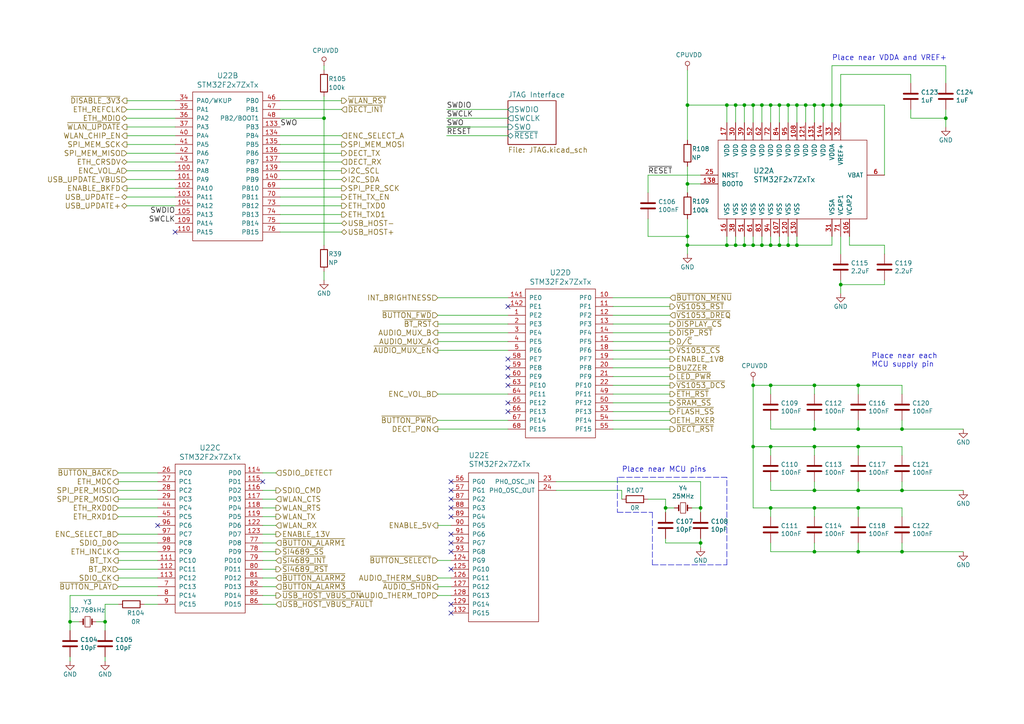
<source format=kicad_sch>
(kicad_sch (version 20211123) (generator eeschema)
  (paper "A4")
  (title_block (title "CPU") (date "2016-05-14") (rev "1"))
  (lib_symbols
    (symbol "Device:C" (pin_numbers hide) (pin_names (offset 0.254))
      (property "Reference" "C" (at 0.635 2.54 0))
      (property "Value" "C" (at 0.635 -2.54 0))
      (symbol "C_0_1"
        (polyline (pts (xy -2.032 -0.762) (xy 2.032 -0.762)) (stroke (width 0.508)))
        (polyline (pts (xy -2.032 0.762) (xy 2.032 0.762)) (stroke (width 0.508)))
      )
      (symbol "C_1_1"
        (pin passive line (at 0 3.81 270) (length 2.794) (name "~") (number "1"))
        (pin passive line (at 0 -3.81 90) (length 2.794) (name "~") (number "2"))
      )
    )
    (symbol "Device:Crystal_Small" (pin_numbers hide) (pin_names (offset 1.016) hide)
      (property "Reference" "Y" (at 0 2.54 0))
      (property "Value" "Crystal_Small" (at 0 -2.54 0))
      (symbol "Crystal_Small_0_1"
        (rectangle (start -0.762 -1.524) (end 0.762 1.524))
        (polyline (pts (xy -1.27 -0.762) (xy -1.27 0.762)) (stroke (width 0.381)))
        (polyline (pts (xy 1.27 -0.762) (xy 1.27 0.762)) (stroke (width 0.381)))
      )
      (symbol "Crystal_Small_1_1"
        (pin passive line (at -2.54 0 0) (length 1.27) (name "1") (number "1"))
        (pin passive line (at 2.54 0 180) (length 1.27) (name "2") (number "2"))
      )
    )
    (symbol "Device:R" (pin_numbers hide) (pin_names (offset 0))
      (property "Reference" "R" (at 2.032 0 90))
      (property "Value" "R" (at 0 0 90))
      (symbol "R_0_1"
        (rectangle (start -1.016 -2.54) (end 1.016 2.54) (stroke (width 0.254)))
      )
      (symbol "R_1_1"
        (pin passive line (at 0 3.81 270) (length 1.27) (name "~") (number "1"))
        (pin passive line (at 0 -3.81 90) (length 1.27) (name "~") (number "2"))
      )
    )
    (symbol "Mainboard-rescue:GND-power" (power) (pin_names (offset 0))
      (property "Value" "GND-power" (at 0 -3.81 0))
      (symbol "GND-power_0_1"
        (polyline (pts (xy 0 0) (xy 0 -1.27) (xy 1.27 -1.27) (xy 0 -2.54) (xy -1.27 -1.27) (xy 0 -1.27)))
      )
      (symbol "GND-power_1_1"
        (pin power_in line (at 0 0 270) (length 0) hide (name "GND") (number "1"))
      )
    )
    (symbol "Mainboard:CPUVDD" (power) (pin_names (offset 0))
      (property "Value" "CPUVDD" (at 0 3.81 0))
      (symbol "CPUVDD_0_1"
        (polyline (pts (xy 0 0) (xy 0 1.27)))
        (circle (center 0 1.905) (radius 0.635))
      )
      (symbol "CPUVDD_1_1"
        (pin power_in line (at 0 0 90) (length 0) hide (name "CPUVDD") (number "1"))
      )
    )
    (symbol "stm32f2:STM32F2x7ZxTx" (pin_names (offset 1.016))
      (property "Reference" "U" (at 0 0 0))
      (property "Value" "STM32F2x7ZxTx" (at 0 -2.54 0))
      (symbol "STM32F2x7ZxTx_1_1"
        (rectangle (start -10.16 7.62) (end 33.02 -15.24))
        (pin power_out line (at 27.94 -20.32 90) (length 5.08) (name "VCAP2") (number "106"))
        (pin power_in line (at 7.62 -20.32 90) (length 5.08) (name "VSS") (number "107"))
        (pin power_in line (at 12.7 12.7 270) (length 5.08) (name "VDD") (number "108"))
        (pin power_in line (at 10.16 -20.32 90) (length 5.08) (name "VSS") (number "120"))
        (pin power_in line (at 15.24 12.7 270) (length 5.08) (name "VDD") (number "121"))
        (pin power_in line (at 12.7 -20.32 90) (length 5.08) (name "VSS") (number "130"))
        (pin power_in line (at 17.78 12.7 270) (length 5.08) (name "VDD") (number "131"))
        (pin input line (at -15.24 -5.08 0) (length 5.08) (name "BOOT0") (number "138"))
        (pin power_in line (at 20.32 12.7 270) (length 5.08) (name "VDD") (number "144"))
        (pin power_in line (at -7.62 -20.32 90) (length 5.08) (name "VSS") (number "16"))
        (pin power_in line (at -7.62 12.7 270) (length 5.08) (name "VDD") (number "17"))
        (pin input line (at -15.24 -2.54 0) (length 5.08) (name "NRST") (number "25"))
        (pin power_in line (at -5.08 12.7 270) (length 5.08) (name "VDD") (number "30"))
        (pin power_in line (at 22.86 -20.32 90) (length 5.08) (name "VSSA") (number "31"))
        (pin power_in line (at 25.4 12.7 270) (length 5.08) (name "VREF+") (number "32"))
        (pin power_in line (at 22.86 12.7 270) (length 5.08) (name "VDDA") (number "33"))
        (pin power_in line (at -5.08 -20.32 90) (length 5.08) (name "VSS") (number "38"))
        (pin power_in line (at -2.54 12.7 270) (length 5.08) (name "VDD") (number "39"))
        (pin power_in line (at -2.54 -20.32 90) (length 5.08) (name "VSS") (number "51"))
        (pin power_in line (at 0 12.7 270) (length 5.08) (name "VDD") (number "52"))
        (pin power_in line (at 38.1 -2.54 180) (length 5.08) (name "VBAT") (number "6"))
        (pin power_in line (at 0 -20.32 90) (length 5.08) (name "VSS") (number "61"))
        (pin power_in line (at 2.54 12.7 270) (length 5.08) (name "VDD") (number "62"))
        (pin power_out line (at 25.4 -20.32 90) (length 5.08) (name "VCAP1") (number "71"))
        (pin power_in line (at 5.08 12.7 270) (length 5.08) (name "VDD") (number "72"))
        (pin power_in line (at 2.54 -20.32 90) (length 5.08) (name "VSS") (number "83"))
        (pin power_in line (at 7.62 12.7 270) (length 5.08) (name "VDD") (number "84"))
        (pin power_in line (at 5.08 -20.32 90) (length 5.08) (name "VSS") (number "94"))
        (pin power_in line (at 10.16 12.7 270) (length 5.08) (name "VDD") (number "95"))
      )
      (symbol "STM32F2x7ZxTx_2_1"
        (rectangle (start 0 -5.08) (end 20.32 -48.26))
        (pin bidirectional line (at -5.08 -27.94 0) (length 5.08) (name "PA8") (number "100"))
        (pin bidirectional line (at -5.08 -30.48 0) (length 5.08) (name "PA9") (number "101"))
        (pin bidirectional line (at -5.08 -33.02 0) (length 5.08) (name "PA10") (number "102"))
        (pin bidirectional line (at -5.08 -35.56 0) (length 5.08) (name "PA11") (number "103"))
        (pin bidirectional line (at -5.08 -38.1 0) (length 5.08) (name "PA12") (number "104"))
        (pin bidirectional line (at -5.08 -40.64 0) (length 5.08) (name "PA13") (number "105"))
        (pin bidirectional line (at -5.08 -43.18 0) (length 5.08) (name "PA14") (number "109"))
        (pin bidirectional line (at -5.08 -45.72 0) (length 5.08) (name "PA15") (number "110"))
        (pin bidirectional line (at 25.4 -15.24 180) (length 5.08) (name "PB3") (number "133"))
        (pin bidirectional line (at 25.4 -17.78 180) (length 5.08) (name "PB4") (number "134"))
        (pin bidirectional line (at 25.4 -20.32 180) (length 5.08) (name "PB5") (number "135"))
        (pin bidirectional line (at 25.4 -22.86 180) (length 5.08) (name "PB6") (number "136"))
        (pin bidirectional line (at 25.4 -25.4 180) (length 5.08) (name "PB7") (number "137"))
        (pin bidirectional line (at 25.4 -27.94 180) (length 5.08) (name "PB8") (number "139"))
        (pin bidirectional line (at 25.4 -30.48 180) (length 5.08) (name "PB9") (number "140"))
        (pin bidirectional line (at -5.08 -7.62 0) (length 5.08) (name "PA0/WKUP") (number "34"))
        (pin bidirectional line (at -5.08 -10.16 0) (length 5.08) (name "PA1") (number "35"))
        (pin bidirectional line (at -5.08 -12.7 0) (length 5.08) (name "PA2") (number "36"))
        (pin bidirectional line (at -5.08 -15.24 0) (length 5.08) (name "PA3") (number "37"))
        (pin bidirectional line (at -5.08 -17.78 0) (length 5.08) (name "PA4") (number "40"))
        (pin bidirectional line (at -5.08 -20.32 0) (length 5.08) (name "PA5") (number "41"))
        (pin bidirectional line (at -5.08 -22.86 0) (length 5.08) (name "PA6") (number "42"))
        (pin bidirectional line (at -5.08 -25.4 0) (length 5.08) (name "PA7") (number "43"))
        (pin bidirectional line (at 25.4 -7.62 180) (length 5.08) (name "PB0") (number "46"))
        (pin bidirectional line (at 25.4 -10.16 180) (length 5.08) (name "PB1") (number "47"))
        (pin bidirectional line (at 25.4 -12.7 180) (length 5.08) (name "PB2/BOOT1") (number "48"))
        (pin bidirectional line (at 25.4 -33.02 180) (length 5.08) (name "PB10") (number "69"))
        (pin bidirectional line (at 25.4 -35.56 180) (length 5.08) (name "PB11") (number "70"))
        (pin bidirectional line (at 25.4 -38.1 180) (length 5.08) (name "PB12") (number "73"))
        (pin bidirectional line (at 25.4 -40.64 180) (length 5.08) (name "PB13") (number "74"))
        (pin bidirectional line (at 25.4 -43.18 180) (length 5.08) (name "PB14") (number "75"))
        (pin bidirectional line (at 25.4 -45.72 180) (length 5.08) (name "PB15") (number "76"))
      )
      (symbol "STM32F2x7ZxTx_3_1"
        (rectangle (start 0 -5.08) (end 20.32 -48.26))
        (pin bidirectional line (at -5.08 -33.02 0) (length 5.08) (name "PC10") (number "111"))
        (pin bidirectional line (at -5.08 -35.56 0) (length 5.08) (name "PC11") (number "112"))
        (pin bidirectional line (at -5.08 -38.1 0) (length 5.08) (name "PC12") (number "113"))
        (pin bidirectional line (at 25.4 -7.62 180) (length 5.08) (name "PD0") (number "114"))
        (pin bidirectional line (at 25.4 -10.16 180) (length 5.08) (name "PD1") (number "115"))
        (pin bidirectional line (at 25.4 -12.7 180) (length 5.08) (name "PD2") (number "116"))
        (pin bidirectional line (at 25.4 -15.24 180) (length 5.08) (name "PD3") (number "117"))
        (pin bidirectional line (at 25.4 -17.78 180) (length 5.08) (name "PD4") (number "118"))
        (pin bidirectional line (at 25.4 -20.32 180) (length 5.08) (name "PD5") (number "119"))
        (pin bidirectional line (at 25.4 -22.86 180) (length 5.08) (name "PD6") (number "122"))
        (pin bidirectional line (at 25.4 -25.4 180) (length 5.08) (name "PD7") (number "123"))
        (pin bidirectional line (at -5.08 -7.62 0) (length 5.08) (name "PC0") (number "26"))
        (pin bidirectional line (at -5.08 -10.16 0) (length 5.08) (name "PC1") (number "27"))
        (pin bidirectional line (at -5.08 -12.7 0) (length 5.08) (name "PC2") (number "28"))
        (pin bidirectional line (at -5.08 -15.24 0) (length 5.08) (name "PC3") (number "29"))
        (pin bidirectional line (at -5.08 -17.78 0) (length 5.08) (name "PC4") (number "44"))
        (pin bidirectional line (at -5.08 -20.32 0) (length 5.08) (name "PC5") (number "45"))
        (pin bidirectional line (at -5.08 -40.64 0) (length 5.08) (name "PC13") (number "7"))
        (pin bidirectional line (at 25.4 -27.94 180) (length 5.08) (name "PD8") (number "77"))
        (pin bidirectional line (at 25.4 -30.48 180) (length 5.08) (name "PD9") (number "78"))
        (pin bidirectional line (at 25.4 -33.02 180) (length 5.08) (name "PD10") (number "79"))
        (pin bidirectional line (at -5.08 -43.18 0) (length 5.08) (name "PC14") (number "8"))
        (pin bidirectional line (at 25.4 -35.56 180) (length 5.08) (name "PD11") (number "80"))
        (pin bidirectional line (at 25.4 -38.1 180) (length 5.08) (name "PD12") (number "81"))
        (pin bidirectional line (at 25.4 -40.64 180) (length 5.08) (name "PD13") (number "82"))
        (pin bidirectional line (at 25.4 -43.18 180) (length 5.08) (name "PD14") (number "85"))
        (pin bidirectional line (at 25.4 -45.72 180) (length 5.08) (name "PD15") (number "86"))
        (pin bidirectional line (at -5.08 -45.72 0) (length 5.08) (name "PC15") (number "9"))
        (pin bidirectional line (at -5.08 -22.86 0) (length 5.08) (name "PC6") (number "96"))
        (pin bidirectional line (at -5.08 -25.4 0) (length 5.08) (name "PC7") (number "97"))
        (pin bidirectional line (at -5.08 -27.94 0) (length 5.08) (name "PC8") (number "98"))
        (pin bidirectional line (at -5.08 -30.48 0) (length 5.08) (name "PC9") (number "99"))
      )
      (symbol "STM32F2x7ZxTx_4_1"
        (rectangle (start 0 -5.08) (end 20.32 -48.26))
        (pin bidirectional line (at -5.08 -12.7 0) (length 5.08) (name "PE2") (number "1"))
        (pin bidirectional line (at 25.4 -7.62 180) (length 5.08) (name "PF0") (number "10"))
        (pin bidirectional line (at 25.4 -10.16 180) (length 5.08) (name "PF1") (number "11"))
        (pin bidirectional line (at 25.4 -12.7 180) (length 5.08) (name "PF2") (number "12"))
        (pin bidirectional line (at 25.4 -15.24 180) (length 5.08) (name "PF3") (number "13"))
        (pin bidirectional line (at 25.4 -17.78 180) (length 5.08) (name "PF4") (number "14"))
        (pin bidirectional line (at -5.08 -7.62 0) (length 5.08) (name "PE0") (number "141"))
        (pin bidirectional line (at -5.08 -10.16 0) (length 5.08) (name "PE1") (number "142"))
        (pin bidirectional line (at 25.4 -20.32 180) (length 5.08) (name "PF5") (number "15"))
        (pin bidirectional line (at 25.4 -22.86 180) (length 5.08) (name "PF6") (number "18"))
        (pin bidirectional line (at 25.4 -25.4 180) (length 5.08) (name "PF7") (number "19"))
        (pin bidirectional line (at -5.08 -15.24 0) (length 5.08) (name "PE3") (number "2"))
        (pin bidirectional line (at 25.4 -27.94 180) (length 5.08) (name "PF8") (number "20"))
        (pin bidirectional line (at 25.4 -30.48 180) (length 5.08) (name "PF9") (number "21"))
        (pin bidirectional line (at 25.4 -33.02 180) (length 5.08) (name "PF10") (number "22"))
        (pin bidirectional line (at -5.08 -17.78 0) (length 5.08) (name "PE4") (number "3"))
        (pin bidirectional line (at -5.08 -20.32 0) (length 5.08) (name "PE5") (number "4"))
        (pin bidirectional line (at 25.4 -35.56 180) (length 5.08) (name "PF11") (number "49"))
        (pin bidirectional line (at -5.08 -22.86 0) (length 5.08) (name "PE6") (number "5"))
        (pin bidirectional line (at 25.4 -38.1 180) (length 5.08) (name "PF12") (number "50"))
        (pin bidirectional line (at 25.4 -40.64 180) (length 5.08) (name "PF13") (number "53"))
        (pin bidirectional line (at 25.4 -43.18 180) (length 5.08) (name "PF14") (number "54"))
        (pin bidirectional line (at 25.4 -45.72 180) (length 5.08) (name "PF15") (number "55"))
        (pin bidirectional line (at -5.08 -25.4 0) (length 5.08) (name "PE7") (number "58"))
        (pin bidirectional line (at -5.08 -27.94 0) (length 5.08) (name "PE8") (number "59"))
        (pin bidirectional line (at -5.08 -30.48 0) (length 5.08) (name "PE9") (number "60"))
        (pin bidirectional line (at -5.08 -33.02 0) (length 5.08) (name "PE10") (number "63"))
        (pin bidirectional line (at -5.08 -35.56 0) (length 5.08) (name "PE11") (number "64"))
        (pin bidirectional line (at -5.08 -38.1 0) (length 5.08) (name "PE12") (number "65"))
        (pin bidirectional line (at -5.08 -40.64 0) (length 5.08) (name "PE13") (number "66"))
        (pin bidirectional line (at -5.08 -43.18 0) (length 5.08) (name "PE14") (number "67"))
        (pin bidirectional line (at -5.08 -45.72 0) (length 5.08) (name "PE15") (number "68"))
      )
      (symbol "STM32F2x7ZxTx_5_1"
        (rectangle (start 0 -5.08) (end 20.32 -48.26))
        (pin bidirectional line (at -5.08 -30.48 0) (length 5.08) (name "PG9") (number "124"))
        (pin bidirectional line (at -5.08 -33.02 0) (length 5.08) (name "PG10") (number "125"))
        (pin bidirectional line (at -5.08 -35.56 0) (length 5.08) (name "PG11") (number "126"))
        (pin bidirectional line (at -5.08 -38.1 0) (length 5.08) (name "PG12") (number "127"))
        (pin bidirectional line (at -5.08 -40.64 0) (length 5.08) (name "PG13") (number "128"))
        (pin bidirectional line (at -5.08 -43.18 0) (length 5.08) (name "PG14") (number "129"))
        (pin bidirectional line (at -5.08 -45.72 0) (length 5.08) (name "PG15") (number "132"))
        (pin bidirectional line (at 25.4 -7.62 180) (length 5.08) (name "PH0_OSC_IN") (number "23"))
        (pin bidirectional line (at 25.4 -10.16 180) (length 5.08) (name "PH0_OSC_OUT") (number "24"))
        (pin bidirectional line (at -5.08 -7.62 0) (length 5.08) (name "PG0") (number "56"))
        (pin bidirectional line (at -5.08 -10.16 0) (length 5.08) (name "PG1") (number "57"))
        (pin bidirectional line (at -5.08 -12.7 0) (length 5.08) (name "PG2") (number "87"))
        (pin bidirectional line (at -5.08 -15.24 0) (length 5.08) (name "PG3") (number "88"))
        (pin bidirectional line (at -5.08 -17.78 0) (length 5.08) (name "PG4") (number "89"))
        (pin bidirectional line (at -5.08 -20.32 0) (length 5.08) (name "PG5") (number "90"))
        (pin bidirectional line (at -5.08 -22.86 0) (length 5.08) (name "PG6") (number "91"))
        (pin bidirectional line (at -5.08 -25.4 0) (length 5.08) (name "PG7") (number "92"))
        (pin bidirectional line (at -5.08 -27.94 0) (length 5.08) (name "PG8") (number "93"))
      )
    )
  )
  (junction (at 203.2 147.32))
  (junction (at 248.92 111.76))
  (junction (at 199.39 71.12))
  (junction (at 199.39 53.34))
  (junction (at 248.92 160.02))
  (junction (at 220.98 30.48))
  (junction (at 228.6 30.48))
  (junction (at 261.62 124.46))
  (junction (at 248.92 124.46))
  (junction (at 223.52 147.32))
  (junction (at 236.22 160.02))
  (junction (at 238.76 30.48))
  (junction (at 248.92 142.24))
  (junction (at 228.6 71.12))
  (junction (at 215.9 30.48))
  (junction (at 199.39 68.58))
  (junction (at 236.22 111.76))
  (junction (at 231.14 30.48))
  (junction (at 20.32 180.34))
  (junction (at 236.22 124.46))
  (junction (at 236.22 129.54))
  (junction (at 218.44 129.54))
  (junction (at 223.52 111.76))
  (junction (at 241.3 30.48))
  (junction (at 218.44 30.48))
  (junction (at 248.92 147.32))
  (junction (at 213.36 30.48))
  (junction (at 261.62 160.02))
  (junction (at 210.82 71.12))
  (junction (at 236.22 30.48))
  (junction (at 213.36 71.12))
  (junction (at 210.82 30.48))
  (junction (at 199.39 30.48))
  (junction (at 223.52 30.48))
  (junction (at 220.98 71.12))
  (junction (at 236.22 147.32))
  (junction (at 243.84 30.48))
  (junction (at 274.32 34.29))
  (junction (at 203.2 157.48))
  (junction (at 226.06 30.48))
  (junction (at 218.44 71.12))
  (junction (at 218.44 111.76))
  (junction (at 223.52 71.12))
  (junction (at 248.92 129.54))
  (junction (at 236.22 142.24))
  (junction (at 193.04 147.32))
  (junction (at 93.98 34.29))
  (junction (at 233.68 30.48))
  (junction (at 261.62 142.24))
  (junction (at 215.9 71.12))
  (junction (at 231.14 71.12))
  (junction (at 226.06 71.12))
  (junction (at 223.52 129.54))
  (junction (at 30.48 180.34))
  (junction (at 243.84 82.55))
  (no_connect (at 147.32 119.38))
  (no_connect (at 130.81 177.8))
  (no_connect (at 130.81 154.94))
  (no_connect (at 50.8 67.31))
  (no_connect (at 130.81 160.02))
  (no_connect (at 130.81 175.26))
  (no_connect (at 130.81 142.24))
  (no_connect (at 130.81 165.1))
  (no_connect (at 45.72 152.4))
  (no_connect (at 147.32 104.14))
  (no_connect (at 76.2 139.7))
  (no_connect (at 130.81 149.86))
  (no_connect (at 147.32 106.68))
  (no_connect (at 130.81 139.7))
  (no_connect (at 130.81 157.48))
  (no_connect (at 147.32 88.9))
  (no_connect (at 147.32 109.22))
  (no_connect (at 130.81 144.78))
  (no_connect (at 147.32 111.76))
  (no_connect (at 147.32 116.84))
  (no_connect (at 130.81 147.32))
  (wire (pts (xy 34.29 154.94) (xy 45.72 154.94)))
  (wire (pts (xy 264.16 31.75) (xy 264.16 34.29)))
  (wire (pts (xy 223.52 147.32) (xy 236.22 147.32)))
  (wire (pts (xy 76.2 172.72) (xy 80.01 172.72)))
  (wire (pts (xy 34.29 139.7) (xy 45.72 139.7)))
  (wire (pts (xy 236.22 160.02) (xy 248.92 160.02)))
  (wire (pts (xy 177.8 96.52) (xy 194.31 96.52)))
  (wire (pts (xy 129.54 36.83) (xy 147.32 36.83)))
  (wire (pts (xy 81.28 49.53) (xy 99.06 49.53)))
  (wire (pts (xy 199.39 68.58) (xy 199.39 71.12)))
  (wire (pts (xy 231.14 30.48) (xy 233.68 30.48)))
  (wire (pts (xy 261.62 160.02) (xy 279.4 160.02)))
  (wire (pts (xy 30.48 190.5) (xy 30.48 191.77)))
  (wire (pts (xy 187.96 68.58) (xy 199.39 68.58)))
  (wire (pts (xy 233.68 30.48) (xy 233.68 35.56)))
  (wire (pts (xy 223.52 121.92) (xy 223.52 124.46)))
  (wire (pts (xy 76.2 162.56) (xy 80.01 162.56)))
  (wire (pts (xy 81.28 46.99) (xy 99.06 46.99)))
  (wire (pts (xy 223.52 71.12) (xy 226.06 71.12)))
  (wire (pts (xy 81.28 39.37) (xy 99.06 39.37)))
  (wire (pts (xy 223.52 139.7) (xy 223.52 142.24)))
  (wire (pts (xy 36.83 41.91) (xy 50.8 41.91)))
  (wire (pts (xy 248.92 129.54) (xy 261.62 129.54)))
  (wire (pts (xy 248.92 160.02) (xy 248.92 157.48)))
  (wire (pts (xy 22.86 180.34) (xy 20.32 180.34)))
  (wire (pts (xy 127 170.18) (xy 130.81 170.18)))
  (wire (pts (xy 127 93.98) (xy 147.32 93.98)))
  (wire (pts (xy 241.3 30.48) (xy 243.84 30.48)))
  (wire (pts (xy 177.8 116.84) (xy 194.31 116.84)))
  (wire (pts (xy 199.39 63.5) (xy 199.39 68.58)))
  (wire (pts (xy 127 86.36) (xy 147.32 86.36)))
  (wire (pts (xy 81.28 44.45) (xy 99.06 44.45)))
  (wire (pts (xy 261.62 142.24) (xy 261.62 139.7)))
  (wire (pts (xy 241.3 19.05) (xy 274.32 19.05)))
  (wire (pts (xy 81.28 57.15) (xy 99.06 57.15)))
  (wire (pts (xy 177.8 91.44) (xy 194.31 91.44)))
  (wire (pts (xy 193.04 144.78) (xy 193.04 147.32)))
  (wire (pts (xy 218.44 111.76) (xy 218.44 129.54)))
  (wire (pts (xy 226.06 30.48) (xy 228.6 30.48)))
  (wire (pts (xy 256.54 81.28) (xy 256.54 82.55)))
  (wire (pts (xy 36.83 29.21) (xy 50.8 29.21)))
  (wire (pts (xy 129.54 34.29) (xy 147.32 34.29)))
  (wire (pts (xy 228.6 71.12) (xy 231.14 71.12)))
  (wire (pts (xy 220.98 71.12) (xy 223.52 71.12)))
  (wire (pts (xy 218.44 129.54) (xy 223.52 129.54)))
  (wire (pts (xy 76.2 144.78) (xy 80.01 144.78)))
  (wire (pts (xy 93.98 19.05) (xy 93.98 20.32)))
  (wire (pts (xy 218.44 71.12) (xy 218.44 68.58)))
  (wire (pts (xy 236.22 129.54) (xy 248.92 129.54)))
  (wire (pts (xy 218.44 110.49) (xy 218.44 111.76)))
  (wire (pts (xy 236.22 139.7) (xy 236.22 142.24)))
  (wire (pts (xy 34.29 157.48) (xy 45.72 157.48)))
  (wire (pts (xy 243.84 21.59) (xy 243.84 30.48)))
  (wire (pts (xy 243.84 82.55) (xy 243.84 85.09)))
  (wire (pts (xy 34.29 167.64) (xy 45.72 167.64)))
  (wire (pts (xy 236.22 147.32) (xy 248.92 147.32)))
  (wire (pts (xy 231.14 71.12) (xy 241.3 71.12)))
  (wire (pts (xy 193.04 147.32) (xy 193.04 148.59)))
  (wire (pts (xy 187.96 63.5) (xy 187.96 68.58)))
  (wire (pts (xy 236.22 142.24) (xy 248.92 142.24)))
  (wire (pts (xy 210.82 30.48) (xy 210.82 35.56)))
  (wire (pts (xy 81.28 54.61) (xy 99.06 54.61)))
  (wire (pts (xy 127 152.4) (xy 130.81 152.4)))
  (wire (pts (xy 203.2 139.7) (xy 203.2 147.32)))
  (wire (pts (xy 76.2 165.1) (xy 80.01 165.1)))
  (wire (pts (xy 177.8 93.98) (xy 194.31 93.98)))
  (wire (pts (xy 36.83 57.15) (xy 50.8 57.15)))
  (wire (pts (xy 30.48 175.26) (xy 34.29 175.26)))
  (wire (pts (xy 261.62 129.54) (xy 261.62 132.08)))
  (wire (pts (xy 36.83 44.45) (xy 50.8 44.45)))
  (wire (pts (xy 99.06 29.21) (xy 81.28 29.21)))
  (wire (pts (xy 36.83 34.29) (xy 50.8 34.29)))
  (wire (pts (xy 243.84 81.28) (xy 243.84 82.55)))
  (wire (pts (xy 243.84 30.48) (xy 256.54 30.48)))
  (wire (pts (xy 76.2 137.16) (xy 80.01 137.16)))
  (wire (pts (xy 223.52 157.48) (xy 223.52 160.02)))
  (polyline (pts (xy 210.82 163.83) (xy 210.82 138.43)))
  (wire (pts (xy 261.62 147.32) (xy 261.62 149.86)))
  (wire (pts (xy 36.83 59.69) (xy 50.8 59.69)))
  (wire (pts (xy 210.82 30.48) (xy 213.36 30.48)))
  (wire (pts (xy 213.36 30.48) (xy 215.9 30.48)))
  (wire (pts (xy 203.2 147.32) (xy 203.2 148.59)))
  (wire (pts (xy 127 99.06) (xy 147.32 99.06)))
  (wire (pts (xy 177.8 111.76) (xy 194.31 111.76)))
  (wire (pts (xy 20.32 190.5) (xy 20.32 191.77)))
  (wire (pts (xy 220.98 71.12) (xy 220.98 68.58)))
  (wire (pts (xy 199.39 71.12) (xy 210.82 71.12)))
  (wire (pts (xy 36.83 39.37) (xy 50.8 39.37)))
  (wire (pts (xy 218.44 129.54) (xy 218.44 147.32)))
  (wire (pts (xy 76.2 175.26) (xy 80.01 175.26)))
  (wire (pts (xy 20.32 180.34) (xy 20.32 182.88)))
  (wire (pts (xy 231.14 71.12) (xy 231.14 68.58)))
  (wire (pts (xy 195.58 147.32) (xy 193.04 147.32)))
  (wire (pts (xy 127 96.52) (xy 147.32 96.52)))
  (wire (pts (xy 76.2 170.18) (xy 80.01 170.18)))
  (wire (pts (xy 20.32 172.72) (xy 45.72 172.72)))
  (polyline (pts (xy 179.07 148.59) (xy 189.23 148.59)))
  (wire (pts (xy 226.06 71.12) (xy 228.6 71.12)))
  (wire (pts (xy 81.28 59.69) (xy 99.06 59.69)))
  (wire (pts (xy 261.62 160.02) (xy 261.62 157.48)))
  (wire (pts (xy 129.54 31.75) (xy 147.32 31.75)))
  (wire (pts (xy 187.96 50.8) (xy 203.2 50.8)))
  (wire (pts (xy 203.2 156.21) (xy 203.2 157.48)))
  (wire (pts (xy 127 91.44) (xy 147.32 91.44)))
  (wire (pts (xy 93.98 34.29) (xy 81.28 34.29)))
  (wire (pts (xy 187.96 55.88) (xy 187.96 50.8)))
  (wire (pts (xy 127 101.6) (xy 147.32 101.6)))
  (wire (pts (xy 127 121.92) (xy 147.32 121.92)))
  (wire (pts (xy 236.22 30.48) (xy 236.22 35.56)))
  (wire (pts (xy 127 114.3) (xy 147.32 114.3)))
  (wire (pts (xy 34.29 165.1) (xy 45.72 165.1)))
  (wire (pts (xy 256.54 82.55) (xy 243.84 82.55)))
  (wire (pts (xy 223.52 129.54) (xy 223.52 132.08)))
  (wire (pts (xy 243.84 68.58) (xy 243.84 73.66)))
  (wire (pts (xy 210.82 68.58) (xy 210.82 71.12)))
  (wire (pts (xy 199.39 53.34) (xy 199.39 55.88)))
  (wire (pts (xy 36.83 52.07) (xy 50.8 52.07)))
  (wire (pts (xy 161.29 139.7) (xy 203.2 139.7)))
  (wire (pts (xy 177.8 86.36) (xy 194.31 86.36)))
  (wire (pts (xy 81.28 67.31) (xy 99.06 67.31)))
  (wire (pts (xy 199.39 53.34) (xy 203.2 53.34)))
  (wire (pts (xy 226.06 71.12) (xy 226.06 68.58)))
  (wire (pts (xy 177.8 114.3) (xy 194.31 114.3)))
  (wire (pts (xy 248.92 111.76) (xy 261.62 111.76)))
  (wire (pts (xy 223.52 142.24) (xy 236.22 142.24)))
  (wire (pts (xy 193.04 156.21) (xy 193.04 157.48)))
  (wire (pts (xy 223.52 129.54) (xy 236.22 129.54)))
  (wire (pts (xy 218.44 30.48) (xy 220.98 30.48)))
  (wire (pts (xy 223.52 71.12) (xy 223.52 68.58)))
  (wire (pts (xy 228.6 71.12) (xy 228.6 68.58)))
  (wire (pts (xy 243.84 30.48) (xy 243.84 35.56)))
  (wire (pts (xy 36.83 36.83) (xy 50.8 36.83)))
  (wire (pts (xy 93.98 34.29) (xy 93.98 71.12)))
  (wire (pts (xy 194.31 124.46) (xy 177.8 124.46)))
  (wire (pts (xy 34.29 149.86) (xy 45.72 149.86)))
  (wire (pts (xy 220.98 30.48) (xy 223.52 30.48)))
  (wire (pts (xy 213.36 71.12) (xy 213.36 68.58)))
  (wire (pts (xy 177.8 104.14) (xy 194.31 104.14)))
  (wire (pts (xy 236.22 111.76) (xy 236.22 114.3)))
  (polyline (pts (xy 189.23 148.59) (xy 189.23 163.83)))
  (wire (pts (xy 274.32 34.29) (xy 274.32 36.83)))
  (wire (pts (xy 36.83 31.75) (xy 50.8 31.75)))
  (wire (pts (xy 236.22 121.92) (xy 236.22 124.46)))
  (wire (pts (xy 233.68 30.48) (xy 236.22 30.48)))
  (wire (pts (xy 199.39 48.26) (xy 199.39 53.34)))
  (wire (pts (xy 76.2 142.24) (xy 80.01 142.24)))
  (wire (pts (xy 228.6 30.48) (xy 228.6 35.56)))
  (wire (pts (xy 34.29 142.24) (xy 45.72 142.24)))
  (wire (pts (xy 193.04 157.48) (xy 203.2 157.48)))
  (wire (pts (xy 223.52 124.46) (xy 236.22 124.46)))
  (wire (pts (xy 236.22 157.48) (xy 236.22 160.02)))
  (wire (pts (xy 261.62 111.76) (xy 261.62 114.3)))
  (wire (pts (xy 248.92 142.24) (xy 261.62 142.24)))
  (wire (pts (xy 81.28 64.77) (xy 99.06 64.77)))
  (wire (pts (xy 127 167.64) (xy 130.81 167.64)))
  (wire (pts (xy 30.48 175.26) (xy 30.48 180.34)))
  (wire (pts (xy 81.28 41.91) (xy 99.06 41.91)))
  (wire (pts (xy 127 172.72) (xy 130.81 172.72)))
  (wire (pts (xy 76.2 160.02) (xy 80.01 160.02)))
  (wire (pts (xy 223.52 111.76) (xy 236.22 111.76)))
  (wire (pts (xy 200.66 147.32) (xy 203.2 147.32)))
  (wire (pts (xy 236.22 111.76) (xy 248.92 111.76)))
  (wire (pts (xy 81.28 62.23) (xy 99.06 62.23)))
  (polyline (pts (xy 179.07 138.43) (xy 179.07 148.59)))
  (wire (pts (xy 177.8 109.22) (xy 194.31 109.22)))
  (wire (pts (xy 231.14 30.48) (xy 231.14 35.56)))
  (wire (pts (xy 226.06 30.48) (xy 226.06 35.56)))
  (wire (pts (xy 248.92 124.46) (xy 248.92 121.92)))
  (wire (pts (xy 215.9 71.12) (xy 218.44 71.12)))
  (wire (pts (xy 36.83 49.53) (xy 50.8 49.53)))
  (wire (pts (xy 34.29 137.16) (xy 45.72 137.16)))
  (wire (pts (xy 34.29 144.78) (xy 45.72 144.78)))
  (wire (pts (xy 76.2 149.86) (xy 80.01 149.86)))
  (wire (pts (xy 218.44 147.32) (xy 223.52 147.32)))
  (wire (pts (xy 161.29 142.24) (xy 180.34 142.24)))
  (polyline (pts (xy 210.82 138.43) (xy 179.07 138.43)))
  (wire (pts (xy 274.32 31.75) (xy 274.32 34.29)))
  (wire (pts (xy 236.22 124.46) (xy 248.92 124.46)))
  (wire (pts (xy 199.39 71.12) (xy 199.39 73.66)))
  (wire (pts (xy 218.44 30.48) (xy 218.44 35.56)))
  (wire (pts (xy 177.8 119.38) (xy 194.31 119.38)))
  (wire (pts (xy 238.76 30.48) (xy 241.3 30.48)))
  (wire (pts (xy 93.98 27.94) (xy 93.98 34.29)))
  (wire (pts (xy 20.32 172.72) (xy 20.32 180.34)))
  (wire (pts (xy 210.82 71.12) (xy 213.36 71.12)))
  (wire (pts (xy 30.48 180.34) (xy 30.48 182.88)))
  (wire (pts (xy 218.44 71.12) (xy 220.98 71.12)))
  (wire (pts (xy 264.16 34.29) (xy 274.32 34.29)))
  (wire (pts (xy 36.83 54.61) (xy 50.8 54.61)))
  (wire (pts (xy 76.2 152.4) (xy 80.01 152.4)))
  (wire (pts (xy 274.32 19.05) (xy 274.32 24.13)))
  (wire (pts (xy 215.9 30.48) (xy 215.9 35.56)))
  (wire (pts (xy 34.29 160.02) (xy 45.72 160.02)))
  (wire (pts (xy 194.31 106.68) (xy 177.8 106.68)))
  (wire (pts (xy 223.52 147.32) (xy 223.52 149.86)))
  (wire (pts (xy 223.52 30.48) (xy 223.52 35.56)))
  (wire (pts (xy 41.91 175.26) (xy 45.72 175.26)))
  (wire (pts (xy 218.44 111.76) (xy 223.52 111.76)))
  (wire (pts (xy 213.36 71.12) (xy 215.9 71.12)))
  (wire (pts (xy 127 124.46) (xy 147.32 124.46)))
  (wire (pts (xy 228.6 30.48) (xy 231.14 30.48)))
  (wire (pts (xy 248.92 142.24) (xy 248.92 139.7)))
  (wire (pts (xy 248.92 147.32) (xy 261.62 147.32)))
  (wire (pts (xy 238.76 30.48) (xy 238.76 35.56)))
  (wire (pts (xy 180.34 142.24) (xy 180.34 144.78)))
  (wire (pts (xy 236.22 129.54) (xy 236.22 132.08)))
  (polyline (pts (xy 189.23 163.83) (xy 210.82 163.83)))
  (wire (pts (xy 199.39 30.48) (xy 210.82 30.48)))
  (wire (pts (xy 246.38 68.58) (xy 246.38 71.12)))
  (wire (pts (xy 261.62 124.46) (xy 261.62 121.92)))
  (wire (pts (xy 223.52 111.76) (xy 223.52 114.3)))
  (wire (pts (xy 199.39 20.32) (xy 199.39 30.48)))
  (wire (pts (xy 76.2 147.32) (xy 80.01 147.32)))
  (wire (pts (xy 187.96 144.78) (xy 193.04 144.78)))
  (wire (pts (xy 248.92 129.54) (xy 248.92 132.08)))
  (wire (pts (xy 34.29 147.32) (xy 45.72 147.32)))
  (wire (pts (xy 76.2 154.94) (xy 80.01 154.94)))
  (wire (pts (xy 256.54 30.48) (xy 256.54 50.8)))
  (wire (pts (xy 34.29 162.56) (xy 45.72 162.56)))
  (wire (pts (xy 36.83 46.99) (xy 50.8 46.99)))
  (wire (pts (xy 76.2 157.48) (xy 80.01 157.48)))
  (wire (pts (xy 215.9 30.48) (xy 218.44 30.48)))
  (wire (pts (xy 199.39 30.48) (xy 199.39 40.64)))
  (wire (pts (xy 223.52 30.48) (xy 226.06 30.48)))
  (wire (pts (xy 177.8 101.6) (xy 194.31 101.6)))
  (wire (pts (xy 194.31 99.06) (xy 177.8 99.06)))
  (wire (pts (xy 34.29 170.18) (xy 45.72 170.18)))
  (wire (pts (xy 203.2 157.48) (xy 203.2 158.75)))
  (wire (pts (xy 177.8 121.92) (xy 194.31 121.92)))
  (wire (pts (xy 223.52 160.02) (xy 236.22 160.02)))
  (wire (pts (xy 243.84 21.59) (xy 264.16 21.59)))
  (wire (pts (xy 81.28 52.07) (xy 99.06 52.07)))
  (wire (pts (xy 81.28 31.75) (xy 99.06 31.75)))
  (wire (pts (xy 261.62 124.46) (xy 279.4 124.46)))
  (wire (pts (xy 264.16 21.59) (xy 264.16 24.13)))
  (wire (pts (xy 129.54 39.37) (xy 147.32 39.37)))
  (wire (pts (xy 213.36 30.48) (xy 213.36 35.56)))
  (wire (pts (xy 215.9 71.12) (xy 215.9 68.58)))
  (wire (pts (xy 246.38 71.12) (xy 256.54 71.12)))
  (wire (pts (xy 241.3 19.05) (xy 241.3 30.48)))
  (wire (pts (xy 248.92 124.46) (xy 261.62 124.46)))
  (wire (pts (xy 248.92 147.32) (xy 248.92 149.86)))
  (wire (pts (xy 76.2 167.64) (xy 80.01 167.64)))
  (wire (pts (xy 27.94 180.34) (xy 30.48 180.34)))
  (wire (pts (xy 248.92 160.02) (xy 261.62 160.02)))
  (wire (pts (xy 236.22 30.48) (xy 238.76 30.48)))
  (wire (pts (xy 241.3 30.48) (xy 241.3 35.56)))
  (wire (pts (xy 127 162.56) (xy 130.81 162.56)))
  (wire (pts (xy 261.62 142.24) (xy 279.4 142.24)))
  (wire (pts (xy 236.22 147.32) (xy 236.22 149.86)))
  (wire (pts (xy 93.98 78.74) (xy 93.98 81.28)))
  (wire (pts (xy 220.98 30.48) (xy 220.98 35.56)))
  (wire (pts (xy 248.92 111.76) (xy 248.92 114.3)))
  (wire (pts (xy 256.54 71.12) (xy 256.54 73.66)))
  (wire (pts (xy 241.3 71.12) (xy 241.3 68.58)))
  (wire (pts (xy 177.8 88.9) (xy 194.31 88.9)))
  (text "Place near MCU pins" (at 180.34 137.16 0) (effects (font (size 1.524 1.524)) (justify left bottom)))
  (text "Place near VDDA and VREF+" (at 241.3 17.78 0) (effects (font (size 1.524 1.524)) (justify left bottom)))
  (text "Place near each\nMCU supply pin" (at 252.73 106.68 0) (effects (font (size 1.524 1.524)) (justify left bottom)))
  (label "SWCLK" (at 50.8 64.77 180) (effects (font (size 1.524 1.524))))
  (label "SWDIO" (at 129.54 31.75 0) (effects (font (size 1.524 1.524))))
  (label "SWCLK" (at 129.54 34.29 0) (effects (font (size 1.524 1.524))))
  (label "~{RESET}" (at 187.96 50.8 0) (effects (font (size 1.524 1.524))))
  (label "SWO" (at 81.28 36.83 0) (effects (font (size 1.524 1.524))))
  (label "SWDIO" (at 50.8 62.23 180) (effects (font (size 1.524 1.524))))
  (label "SWO" (at 129.54 36.83 0) (effects (font (size 1.524 1.524))))
  (label "~{RESET}" (at 129.54 39.37 0) (effects (font (size 1.524 1.524))))
  (hierarchical_label "AUDIO_MUX_B" (shape output) (at 127 96.52 180) (effects (font (size 1.524 1.524))))
  (hierarchical_label "USB_UPDATE+" (shape bidirectional) (at 36.83 59.69 180) (effects (font (size 1.524 1.524))))
  (hierarchical_label "ETH_TX_EN" (shape output) (at 99.06 57.15 0) (effects (font (size 1.524 1.524))))
  (hierarchical_label "ETH_TXD0" (shape output) (at 99.06 59.69 0) (effects (font (size 1.524 1.524))))
  (hierarchical_label "~{SI4689_INT}" (shape input) (at 80.01 162.56 0) (effects (font (size 1.524 1.524))))
  (hierarchical_label "~{BUTTON_MENU}" (shape input) (at 194.31 86.36 0) (effects (font (size 1.524 1.524))))
  (hierarchical_label "USB_UPDATE-" (shape bidirectional) (at 36.83 57.15 180) (effects (font (size 1.524 1.524))))
  (hierarchical_label "D/~{C}" (shape output) (at 194.31 99.06 0) (effects (font (size 1.524 1.524))))
  (hierarchical_label "WLAN_CTS" (shape input) (at 80.01 144.78 0) (effects (font (size 1.524 1.524))))
  (hierarchical_label "ENC_SELECT_B" (shape input) (at 34.29 154.94 180) (effects (font (size 1.524 1.524))))
  (hierarchical_label "~{BUTTON_BACK}" (shape input) (at 34.29 137.16 180) (effects (font (size 1.524 1.524))))
  (hierarchical_label "~{BUTTON_ALARM2}" (shape input) (at 80.01 167.64 0) (effects (font (size 1.524 1.524))))
  (hierarchical_label "~{WLAN_RST}" (shape output) (at 99.06 29.21 0) (effects (font (size 1.524 1.524))))
  (hierarchical_label "~{LED_PWR}" (shape output) (at 194.31 109.22 0) (effects (font (size 1.524 1.524))))
  (hierarchical_label "~{VS1053_DCS}" (shape output) (at 194.31 111.76 0) (effects (font (size 1.524 1.524))))
  (hierarchical_label "SDIO_CK" (shape output) (at 34.29 167.64 180) (effects (font (size 1.524 1.524))))
  (hierarchical_label "WLAN_RTS" (shape output) (at 80.01 147.32 0) (effects (font (size 1.524 1.524))))
  (hierarchical_label "SPI_PER_MISO" (shape input) (at 34.29 142.24 180) (effects (font (size 1.524 1.524))))
  (hierarchical_label "USB_HOST+" (shape bidirectional) (at 99.06 67.31 0) (effects (font (size 1.524 1.524))))
  (hierarchical_label "ETH_MDC" (shape output) (at 34.29 139.7 180) (effects (font (size 1.524 1.524))))
  (hierarchical_label "BT_RX" (shape input) (at 34.29 165.1 180) (effects (font (size 1.524 1.524))))
  (hierarchical_label "ETH_MDIO" (shape bidirectional) (at 36.83 34.29 180) (effects (font (size 1.524 1.524))))
  (hierarchical_label "ENC_SELECT_A" (shape input) (at 99.06 39.37 0) (effects (font (size 1.524 1.524))))
  (hierarchical_label "~{WLAN_UPDATE}" (shape output) (at 36.83 36.83 180) (effects (font (size 1.524 1.524))))
  (hierarchical_label "SDIO_CMD" (shape output) (at 80.01 142.24 0) (effects (font (size 1.524 1.524))))
  (hierarchical_label "~{DECT_INT}" (shape input) (at 99.06 31.75 0) (effects (font (size 1.524 1.524))))
  (hierarchical_label "WLAN_TX" (shape output) (at 80.01 149.86 0) (effects (font (size 1.524 1.524))))
  (hierarchical_label "I2C_SCL" (shape output) (at 99.06 49.53 0) (effects (font (size 1.524 1.524))))
  (hierarchical_label "USB_HOST-" (shape bidirectional) (at 99.06 64.77 0) (effects (font (size 1.524 1.524))))
  (hierarchical_label "ETH_CRSDV" (shape bidirectional) (at 36.83 46.99 180) (effects (font (size 1.524 1.524))))
  (hierarchical_label "ETH_RXD0" (shape input) (at 34.29 147.32 180) (effects (font (size 1.524 1.524))))
  (hierarchical_label "ETH_TXD1" (shape output) (at 99.06 62.23 0) (effects (font (size 1.524 1.524))))
  (hierarchical_label "~{USB_HOST_VBUS_FAULT}" (shape input) (at 80.01 175.26 0) (effects (font (size 1.524 1.524))))
  (hierarchical_label "~{DISABLE_3V3}" (shape output) (at 36.83 29.21 180) (effects (font (size 1.524 1.524))))
  (hierarchical_label "DECT_TX" (shape output) (at 99.06 44.45 0) (effects (font (size 1.524 1.524))))
  (hierarchical_label "WLAN_CHIP_EN" (shape output) (at 36.83 39.37 180) (effects (font (size 1.524 1.524))))
  (hierarchical_label "WLAN_RX" (shape input) (at 80.01 152.4 0) (effects (font (size 1.524 1.524))))
  (hierarchical_label "BT_TX" (shape output) (at 34.29 162.56 180) (effects (font (size 1.524 1.524))))
  (hierarchical_label "SDIO_DETECT" (shape input) (at 80.01 137.16 0) (effects (font (size 1.524 1.524))))
  (hierarchical_label "ENC_VOL_A" (shape input) (at 36.83 49.53 180) (effects (font (size 1.524 1.524))))
  (hierarchical_label "~{BUTTON_PLAY}" (shape input) (at 34.29 170.18 180) (effects (font (size 1.524 1.524))))
  (hierarchical_label "ENC_VOL_B" (shape input) (at 127 114.3 180) (effects (font (size 1.524 1.524))))
  (hierarchical_label "DECT_RX" (shape input) (at 99.06 46.99 0) (effects (font (size 1.524 1.524))))
  (hierarchical_label "~{BUTTON_ALARM3}" (shape input) (at 80.01 170.18 0) (effects (font (size 1.524 1.524))))
  (hierarchical_label "BUZZER" (shape output) (at 194.31 106.68 0) (effects (font (size 1.524 1.524))))
  (hierarchical_label "ENABLE_13V" (shape output) (at 80.01 154.94 0) (effects (font (size 1.524 1.524))))
  (hierarchical_label "SPI_PER_MOSI" (shape output) (at 34.29 144.78 180) (effects (font (size 1.524 1.524))))
  (hierarchical_label "~{BUTTON_SELECT}" (shape input) (at 127 162.56 180) (effects (font (size 1.524 1.524))))
  (hierarchical_label "DECT_PON" (shape output) (at 127 124.46 180) (effects (font (size 1.524 1.524))))
  (hierarchical_label "USB_UPDATE_VBUS" (shape input) (at 36.83 52.07 180) (effects (font (size 1.524 1.524))))
  (hierarchical_label "~{BUTTON_PWR}" (shape input) (at 127 121.92 180) (effects (font (size 1.524 1.524))))
  (hierarchical_label "ETH_REFCLK" (shape input) (at 36.83 31.75 180) (effects (font (size 1.524 1.524))))
  (hierarchical_label "I2C_SDA" (shape bidirectional) (at 99.06 52.07 0) (effects (font (size 1.524 1.524))))
  (hierarchical_label "SPI_MEM_SCK" (shape output) (at 36.83 41.91 180) (effects (font (size 1.524 1.524))))
  (hierarchical_label "AUDIO_THERM_SUB" (shape input) (at 127 167.64 180) (effects (font (size 1.524 1.524))))
  (hierarchical_label "~{AUDIO_MUX_EN}" (shape output) (at 127 101.6 180) (effects (font (size 1.524 1.524))))
  (hierarchical_label "ETH_INCLK" (shape output) (at 34.29 160.02 180) (effects (font (size 1.524 1.524))))
  (hierarchical_label "~{SI4689_SS}" (shape output) (at 80.01 160.02 0) (effects (font (size 1.524 1.524))))
  (hierarchical_label "AUDIO_MUX_A" (shape output) (at 127 99.06 180) (effects (font (size 1.524 1.524))))
  (hierarchical_label "~{ETH_RST}" (shape output) (at 194.31 114.3 0) (effects (font (size 1.524 1.524))))
  (hierarchical_label "ENABLE_1V8" (shape output) (at 194.31 104.14 0) (effects (font (size 1.524 1.524))))
  (hierarchical_label "~{DISPLAY_CS}" (shape output) (at 194.31 93.98 0) (effects (font (size 1.524 1.524))))
  (hierarchical_label "~{DISP_RST}" (shape output) (at 194.31 96.52 0) (effects (font (size 1.524 1.524))))
  (hierarchical_label "AUDIO_THERM_TOP" (shape input) (at 127 172.72 180) (effects (font (size 1.524 1.524))))
  (hierarchical_label "~{FLASH_SS}" (shape output) (at 194.31 119.38 0) (effects (font (size 1.524 1.524))))
  (hierarchical_label "~{AUDIO_SHDN}" (shape output) (at 127 170.18 180) (effects (font (size 1.524 1.524))))
  (hierarchical_label "~{SRAM_SS}" (shape output) (at 194.31 116.84 0) (effects (font (size 1.524 1.524))))
  (hierarchical_label "~{BUTTON_FWD}" (shape input) (at 127 91.44 180) (effects (font (size 1.524 1.524))))
  (hierarchical_label "SDIO_D0" (shape bidirectional) (at 34.29 157.48 180) (effects (font (size 1.524 1.524))))
  (hierarchical_label "~{VS1053_DREQ}" (shape input) (at 194.31 91.44 0) (effects (font (size 1.524 1.524))))
  (hierarchical_label "ENABLE_5V" (shape output) (at 127 152.4 180) (effects (font (size 1.524 1.524))))
  (hierarchical_label "SPI_MEM_MOSI" (shape output) (at 99.06 41.91 0) (effects (font (size 1.524 1.524))))
  (hierarchical_label "~{USB_HOST_VBUS_ON}" (shape output) (at 80.01 172.72 0) (effects (font (size 1.524 1.524))))
  (hierarchical_label "SPI_MEM_MISO" (shape input) (at 36.83 44.45 180) (effects (font (size 1.524 1.524))))
  (hierarchical_label "ETH_RXER" (shape input) (at 194.31 121.92 0) (effects (font (size 1.524 1.524))))
  (hierarchical_label "~{SI4689_RST}" (shape output) (at 80.01 165.1 0) (effects (font (size 1.524 1.524))))
  (hierarchical_label "ETH_RXD1" (shape input) (at 34.29 149.86 180) (effects (font (size 1.524 1.524))))
  (hierarchical_label "ENABLE_BKFD" (shape output) (at 36.83 54.61 180) (effects (font (size 1.524 1.524))))
  (hierarchical_label "~{DECT_RST}" (shape output) (at 194.31 124.46 0) (effects (font (size 1.524 1.524))))
  (hierarchical_label "~{BT_RST}" (shape output) (at 127 93.98 180) (effects (font (size 1.524 1.524))))
  (hierarchical_label "INT_BRIGHTNESS" (shape input) (at 127 86.36 180) (effects (font (size 1.524 1.524))))
  (hierarchical_label "SPI_PER_SCK" (shape output) (at 99.06 54.61 0) (effects (font (size 1.524 1.524))))
  (hierarchical_label "~{VS1053_RST}" (shape output) (at 194.31 88.9 0) (effects (font (size 1.524 1.524))))
  (hierarchical_label "~{VS1053_CS}" (shape output) (at 194.31 101.6 0) (effects (font (size 1.524 1.524))))
  (hierarchical_label "~{BUTTON_ALARM1}" (shape input) (at 80.01 157.48 0) (effects (font (size 1.524 1.524))))
  (symbol (lib_id "stm32f2:STM32F2x7ZxTx") (at 218.44 48.26 0) (unit 1)
    (property "Reference" "U22" (at 218.44 49.53 0) (effects (font (size 1.524 1.524)) (justify left)))
    (property "Value" "STM32F2x7ZxTx" (at 218.44 52.07 0) (effects (font (size 1.524 1.524)) (justify left)))
    (property "Footprint" "Housings_QFP:LQFP-144_20x20mm_Pitch0.5mm" (effects hide))
    (property "Manufacturer" "STMicroelectronics" (effects hide))
    (property "Type" "STM32F217ZGT6" (effects hide))
    (property "Source" "Farnell" (effects hide))
    (property "Order Number" "2333246" (effects hide))
  )
  (symbol (lib_id "Mainboard-rescue:GND-power") (at 243.84 85.09 0) (unit 1)
    (property "Reference" "#PWR0270" (effects hide))
    (property "Value" "GND" (at 243.84 88.9 0))
  )
  (symbol (lib_id "Mainboard:CPUVDD") (at 199.39 20.32 0) (unit 1)
    (property "Reference" "#PWR0271" (effects hide))
    (property "Value" "CPUVDD" (at 199.8218 15.9258 0))
  )
  (symbol (lib_id "Device:C") (at 187.96 59.69 0) (unit 1)
    (property "Reference" "C106" (at 190.881 58.5216 0) (effects (justify left)))
    (property "Value" "100nF" (at 190.881 60.833 0) (effects (justify left)))
    (property "Footprint" "Capacitors_SMD:C_0603_HandSoldering" (effects hide))
  )
  (symbol (lib_id "Device:C") (at 261.62 153.67 0) (unit 1)
    (property "Reference" "C122" (at 264.541 152.5016 0) (effects (justify left)))
    (property "Value" "100nF" (at 264.541 154.813 0) (effects (justify left)))
    (property "Footprint" "Capacitors_SMD:C_0603_HandSoldering" (effects hide))
  )
  (symbol (lib_id "Device:C") (at 248.92 153.67 0) (unit 1)
    (property "Reference" "C118" (at 251.841 152.5016 0) (effects (justify left)))
    (property "Value" "100nF" (at 251.841 154.813 0) (effects (justify left)))
    (property "Footprint" "Capacitors_SMD:C_0603_HandSoldering" (effects hide))
  )
  (symbol (lib_id "Device:C") (at 236.22 153.67 0) (unit 1)
    (property "Reference" "C114" (at 239.141 152.5016 0) (effects (justify left)))
    (property "Value" "100nF" (at 239.141 154.813 0) (effects (justify left)))
    (property "Footprint" "Capacitors_SMD:C_0603_HandSoldering" (effects hide))
  )
  (symbol (lib_id "Device:C") (at 223.52 153.67 0) (unit 1)
    (property "Reference" "C111" (at 226.441 152.5016 0) (effects (justify left)))
    (property "Value" "100nF" (at 226.441 154.813 0) (effects (justify left)))
    (property "Footprint" "Capacitors_SMD:C_0603_HandSoldering" (effects hide))
  )
  (symbol (lib_id "Device:C") (at 223.52 135.89 0) (unit 1)
    (property "Reference" "C110" (at 226.441 134.7216 0) (effects (justify left)))
    (property "Value" "100nF" (at 226.441 137.033 0) (effects (justify left)))
    (property "Footprint" "Capacitors_SMD:C_0603_HandSoldering" (effects hide))
  )
  (symbol (lib_id "Device:C") (at 236.22 135.89 0) (unit 1)
    (property "Reference" "C113" (at 239.141 134.7216 0) (effects (justify left)))
    (property "Value" "100nF" (at 239.141 137.033 0) (effects (justify left)))
    (property "Footprint" "Capacitors_SMD:C_0603_HandSoldering" (effects hide))
  )
  (symbol (lib_id "Device:C") (at 248.92 135.89 0) (unit 1)
    (property "Reference" "C117" (at 251.841 134.7216 0) (effects (justify left)))
    (property "Value" "100nF" (at 251.841 137.033 0) (effects (justify left)))
    (property "Footprint" "Capacitors_SMD:C_0603_HandSoldering" (effects hide))
  )
  (symbol (lib_id "Device:C") (at 261.62 135.89 0) (unit 1)
    (property "Reference" "C121" (at 264.541 134.7216 0) (effects (justify left)))
    (property "Value" "100nF" (at 264.541 137.033 0) (effects (justify left)))
    (property "Footprint" "Capacitors_SMD:C_0603_HandSoldering" (effects hide))
  )
  (symbol (lib_id "Device:C") (at 261.62 118.11 0) (unit 1)
    (property "Reference" "C120" (at 264.541 116.9416 0) (effects (justify left)))
    (property "Value" "100nF" (at 264.541 119.253 0) (effects (justify left)))
    (property "Footprint" "Capacitors_SMD:C_0603_HandSoldering" (effects hide))
  )
  (symbol (lib_id "Device:C") (at 248.92 118.11 0) (unit 1)
    (property "Reference" "C116" (at 251.841 116.9416 0) (effects (justify left)))
    (property "Value" "100nF" (at 251.841 119.253 0) (effects (justify left)))
    (property "Footprint" "Capacitors_SMD:C_0603_HandSoldering" (effects hide))
  )
  (symbol (lib_id "Mainboard-rescue:GND-power") (at 279.4 124.46 0) (unit 1)
    (property "Reference" "#PWR0272" (effects hide))
    (property "Value" "GND" (at 279.4 128.27 0))
  )
  (symbol (lib_id "Mainboard:CPUVDD") (at 218.44 110.49 0) (unit 1)
    (property "Reference" "#PWR0273" (effects hide))
    (property "Value" "CPUVDD" (at 218.8718 106.0958 0))
  )
  (symbol (lib_id "Mainboard-rescue:GND-power") (at 279.4 142.24 0) (unit 1)
    (property "Reference" "#PWR0274" (effects hide))
    (property "Value" "GND" (at 279.4 146.05 0))
  )
  (symbol (lib_id "Mainboard-rescue:GND-power") (at 279.4 160.02 0) (unit 1)
    (property "Reference" "#PWR0275" (effects hide))
    (property "Value" "GND" (at 279.4 163.83 0))
  )
  (symbol (lib_id "Device:C") (at 256.54 77.47 0) (unit 1)
    (property "Reference" "C119" (at 259.461 76.3016 0) (effects (justify left)))
    (property "Value" "2.2uF" (at 259.461 78.613 0) (effects (justify left)))
    (property "Footprint" "Capacitors_SMD:C_0603_HandSoldering" (effects hide))
  )
  (symbol (lib_id "Device:C") (at 243.84 77.47 0) (unit 1)
    (property "Reference" "C115" (at 246.761 76.3016 0) (effects (justify left)))
    (property "Value" "2.2uF" (at 246.761 78.613 0) (effects (justify left)))
    (property "Footprint" "Capacitors_SMD:C_0603_HandSoldering" (effects hide))
  )
  (symbol (lib_id "Device:C") (at 264.16 27.94 0) (unit 1)
    (property "Reference" "C123" (at 267.081 26.7716 0) (effects (justify left)))
    (property "Value" "1uF" (at 267.081 29.083 0) (effects (justify left)))
    (property "Footprint" "Capacitors_SMD:C_0603_HandSoldering" (effects hide))
  )
  (symbol (lib_id "Mainboard-rescue:GND-power") (at 199.39 73.66 0) (unit 1)
    (property "Reference" "#PWR0276" (effects hide))
    (property "Value" "GND" (at 199.39 77.47 0))
  )
  (symbol (lib_id "Device:C") (at 274.32 27.94 0) (unit 1)
    (property "Reference" "C124" (at 277.241 26.7716 0) (effects (justify left)))
    (property "Value" "1uF" (at 277.241 29.083 0) (effects (justify left)))
    (property "Footprint" "Capacitors_SMD:C_0603_HandSoldering" (effects hide))
  )
  (symbol (lib_id "Mainboard-rescue:GND-power") (at 274.32 36.83 0) (unit 1)
    (property "Reference" "#PWR0277" (effects hide))
    (property "Value" "GND" (at 274.32 40.64 0))
  )
  (symbol (lib_id "Mainboard:CPUVDD") (at 93.98 19.05 0) (unit 1)
    (property "Reference" "#PWR0278" (effects hide))
    (property "Value" "CPUVDD" (at 94.4372 14.6558 0))
  )
  (symbol (lib_id "Device:R") (at 93.98 24.13 180) (unit 1)
    (property "Reference" "R105" (at 95.25 22.86 0) (effects (justify right)))
    (property "Value" "100k" (at 95.25 25.4 0) (effects (justify right)))
    (property "Footprint" "Resistors_SMD:R_0603_HandSoldering" (effects hide))
  )
  (symbol (lib_id "Device:R") (at 199.39 44.45 180) (unit 1)
    (property "Reference" "R108" (at 200.66 43.18 0) (effects (justify right)))
    (property "Value" "NP" (at 201.93 45.72 0))
    (property "Footprint" "Resistors_SMD:R_0603_HandSoldering" (effects hide))
  )
  (symbol (lib_id "Device:R") (at 199.39 59.69 180) (unit 1)
    (property "Reference" "R109" (at 200.66 58.42 0) (effects (justify right)))
    (property "Value" "100k" (at 203.2 60.96 0))
    (property "Footprint" "Resistors_SMD:R_0603_HandSoldering" (effects hide))
  )
  (symbol (lib_id "Device:Crystal_Small") (at 198.12 147.32 180) (unit 1)
    (property "Reference" "Y4" (at 198.12 141.605 0))
    (property "Value" "25MHz" (at 198.12 143.9164 0))
    (property "Footprint" "Crystals:Crystal_SMD_5032_4Pads" (effects hide))
    (property "Manufacturer" "TXC" (effects hide))
    (property "Type" "7B-25.000MEEQ-T" (effects hide))
    (property "Source" "Farnell" (effects hide))
    (property "Order Number" "1841996" (effects hide))
  )
  (symbol (lib_id "Device:C") (at 193.04 152.4 0) (unit 1)
    (property "Reference" "C107" (at 195.961 151.2316 0) (effects (justify left)))
    (property "Value" "10pF" (at 195.961 153.543 0) (effects (justify left)))
    (property "Footprint" "Capacitors_SMD:C_0603_HandSoldering" (effects hide))
    (property "Manufacturer" "Value" (effects hide))
    (property "Type" "Value" (effects hide))
    (property "Source" "Farnell" (effects hide))
    (property "Order Number" "Value" (effects hide))
  )
  (symbol (lib_id "Device:C") (at 203.2 152.4 0) (unit 1)
    (property "Reference" "C108" (at 206.121 151.2316 0) (effects (justify left)))
    (property "Value" "10pF" (at 206.121 153.543 0) (effects (justify left)))
    (property "Footprint" "Capacitors_SMD:C_0603_HandSoldering" (effects hide))
    (property "Manufacturer" "Value" (effects hide))
    (property "Type" "Value" (effects hide))
    (property "Source" "Farnell" (effects hide))
    (property "Order Number" "Value" (effects hide))
  )
  (symbol (lib_id "Mainboard-rescue:GND-power") (at 203.2 158.75 0) (unit 1)
    (property "Reference" "#PWR0279" (effects hide))
    (property "Value" "GND" (at 203.2 162.56 0))
  )
  (symbol (lib_id "stm32f2:STM32F2x7ZxTx") (at 55.88 21.59 0) (unit 2)
    (property "Reference" "U22" (at 66.04 21.9202 0) (effects (font (size 1.524 1.524))))
    (property "Value" "STM32F2x7ZxTx" (at 66.04 24.6126 0) (effects (font (size 1.524 1.524))))
    (property "Footprint" "Housings_QFP:LQFP-144_20x20mm_Pitch0.5mm" (effects hide))
    (property "Manufacturer" "STMicroelectronics" (effects hide))
    (property "Type" "STM32F217ZGT6" (effects hide))
    (property "Source" "Farnell" (effects hide))
    (property "Order Number" "2333246" (effects hide))
  )
  (symbol (lib_id "stm32f2:STM32F2x7ZxTx") (at 50.8 129.54 0) (unit 3)
    (property "Reference" "U22" (at 60.96 129.8702 0) (effects (font (size 1.524 1.524))))
    (property "Value" "STM32F2x7ZxTx" (at 60.96 132.5626 0) (effects (font (size 1.524 1.524))))
    (property "Footprint" "Housings_QFP:LQFP-144_20x20mm_Pitch0.5mm" (effects hide))
    (property "Manufacturer" "STMicroelectronics" (effects hide))
    (property "Type" "STM32F217ZGT6" (effects hide))
    (property "Source" "Farnell" (effects hide))
    (property "Order Number" "2333246" (effects hide))
  )
  (symbol (lib_id "stm32f2:STM32F2x7ZxTx") (at 135.89 132.08 0) (unit 5)
    (property "Reference" "U22" (at 135.89 132.08 0) (effects (font (size 1.524 1.524)) (justify left)))
    (property "Value" "STM32F2x7ZxTx" (at 135.89 134.62 0) (effects (font (size 1.524 1.524)) (justify left)))
    (property "Footprint" "Housings_QFP:LQFP-144_20x20mm_Pitch0.5mm" (effects hide))
    (property "Manufacturer" "STMicroelectronics" (effects hide))
    (property "Type" "STM32F217ZGT6" (effects hide))
    (property "Source" "Farnell" (effects hide))
    (property "Order Number" "2333246" (effects hide))
  )
  (symbol (lib_id "stm32f2:STM32F2x7ZxTx") (at 152.4 78.74 0) (unit 4)
    (property "Reference" "U22" (at 162.56 79.0702 0) (effects (font (size 1.524 1.524))))
    (property "Value" "STM32F2x7ZxTx" (at 162.56 81.7626 0) (effects (font (size 1.524 1.524))))
    (property "Footprint" "Housings_QFP:LQFP-144_20x20mm_Pitch0.5mm" (effects hide))
    (property "Manufacturer" "STMicroelectronics" (effects hide))
    (property "Type" "STM32F217ZGT6" (effects hide))
    (property "Source" "Farnell" (effects hide))
    (property "Order Number" "2333246" (effects hide))
  )
  (symbol (lib_id "Device:Crystal_Small") (at 25.4 180.34 180) (unit 1)
    (property "Reference" "Y3" (at 25.4 174.625 0))
    (property "Value" "32.768kHz" (at 25.4 176.9364 0))
    (property "Footprint" "Resistors_SMD:R_0805_HandSoldering" (effects hide))
    (property "Manufacturer" "Abracon" (effects hide))
    (property "Type" "ABS06-107-32.768KHZ-T" (effects hide))
    (property "Source" "Farnell" (effects hide))
    (property "Order Number" "2467860" (effects hide))
  )
  (symbol (lib_id "Device:C") (at 20.32 186.69 0) (unit 1)
    (property "Reference" "C104" (at 23.241 185.5216 0) (effects (justify left)))
    (property "Value" "10pF" (at 23.241 187.833 0) (effects (justify left)))
    (property "Footprint" "Capacitors_SMD:C_0603_HandSoldering" (effects hide))
    (property "Manufacturer" "Value" (effects hide))
    (property "Type" "Value" (effects hide))
    (property "Source" "Farnell" (effects hide))
    (property "Order Number" "Value" (effects hide))
  )
  (symbol (lib_id "Device:C") (at 30.48 186.69 0) (unit 1)
    (property "Reference" "C105" (at 33.401 185.5216 0) (effects (justify left)))
    (property "Value" "10pF" (at 33.401 187.833 0) (effects (justify left)))
    (property "Footprint" "Capacitors_SMD:C_0603_HandSoldering" (effects hide))
    (property "Manufacturer" "Value" (effects hide))
    (property "Type" "Value" (effects hide))
    (property "Source" "Farnell" (effects hide))
    (property "Order Number" "Value" (effects hide))
  )
  (symbol (lib_id "Mainboard-rescue:GND-power") (at 20.32 191.77 0) (unit 1)
    (property "Reference" "#PWR0280" (effects hide))
    (property "Value" "GND" (at 20.32 195.58 0))
  )
  (symbol (lib_id "Mainboard-rescue:GND-power") (at 30.48 191.77 0) (unit 1)
    (property "Reference" "#PWR0281" (effects hide))
    (property "Value" "GND" (at 30.48 195.58 0))
  )
  (symbol (lib_id "Device:C") (at 236.22 118.11 0) (unit 1)
    (property "Reference" "C112" (at 239.141 116.9416 0) (effects (justify left)))
    (property "Value" "100nF" (at 239.141 119.253 0) (effects (justify left)))
    (property "Footprint" "Capacitors_SMD:C_0603_HandSoldering" (effects hide))
  )
  (symbol (lib_id "Device:R") (at 184.15 144.78 270) (unit 1)
    (property "Reference" "R107" (at 184.15 142.24 90))
    (property "Value" "0R" (at 184.15 147.32 90))
    (property "Footprint" "Resistors_SMD:R_0603_HandSoldering" (effects hide))
    (property "Manufacturer" "Value" (effects hide))
    (property "Type" "Value" (effects hide))
    (property "Source" "Farnell" (effects hide))
    (property "Order Number" "Value" (effects hide))
  )
  (symbol (lib_id "Device:R") (at 38.1 175.26 270) (unit 1)
    (property "Reference" "R104" (at 39.37 177.8 90))
    (property "Value" "0R" (at 39.37 180.34 90))
    (property "Footprint" "Resistors_SMD:R_0603_HandSoldering" (effects hide))
    (property "Manufacturer" "Value" (effects hide))
    (property "Type" "Value" (effects hide))
    (property "Source" "Farnell" (effects hide))
    (property "Order Number" "Value" (effects hide))
  )
  (symbol (lib_id "Device:C") (at 223.52 118.11 0) (unit 1)
    (property "Reference" "C109" (at 226.441 116.9416 0) (effects (justify left)))
    (property "Value" "100nF" (at 226.441 119.253 0) (effects (justify left)))
    (property "Footprint" "Capacitors_SMD:C_0603_HandSoldering" (effects hide))
  )
  (symbol (lib_id "Device:R") (at 93.98 74.93 180) (unit 1)
    (property "Reference" "R39" (at 95.25 73.66 0) (effects (justify right)))
    (property "Value" "NP" (at 95.25 76.2 0) (effects (justify right)))
    (property "Footprint" "Resistors_SMD:R_0603_HandSoldering" (effects hide))
    (property "Manufacturer" "Value" (effects hide))
    (property "Type" "Value" (effects hide))
    (property "Source" "Farnell" (effects hide))
    (property "Order Number" "Value" (effects hide))
  )
  (symbol (lib_id "Mainboard-rescue:GND-power") (at 93.98 81.28 0) (unit 1)
    (property "Reference" "#PWR0282" (effects hide))
    (property "Value" "GND" (at 93.98 85.09 0))
  )
  (sheet (at 147.32 29.21) (size 13.97 12.7)
    (property "Sheet name" "JTAG Interface" (at 147.32 28.3714 0) (effects (font (size 1.524 1.524)) (justify left bottom)))
    (property "Sheet file" "JTAG.kicad_sch" (at 147.32 42.5962 0) (effects (font (size 1.524 1.524)) (justify left top)))
    (pin "SWDIO" output (at 147.32 31.75 180) (effects (font (size 1.524 1.524))))
    (pin "SWCLK" output (at 147.32 34.29 180) (effects (font (size 1.524 1.524))))
    (pin "SWO" input (at 147.32 36.83 180) (effects (font (size 1.524 1.524))))
    (pin "~{RESET}" bidirectional (at 147.32 39.37 180) (effects (font (size 1.524 1.524))))
  )
)
</source>
